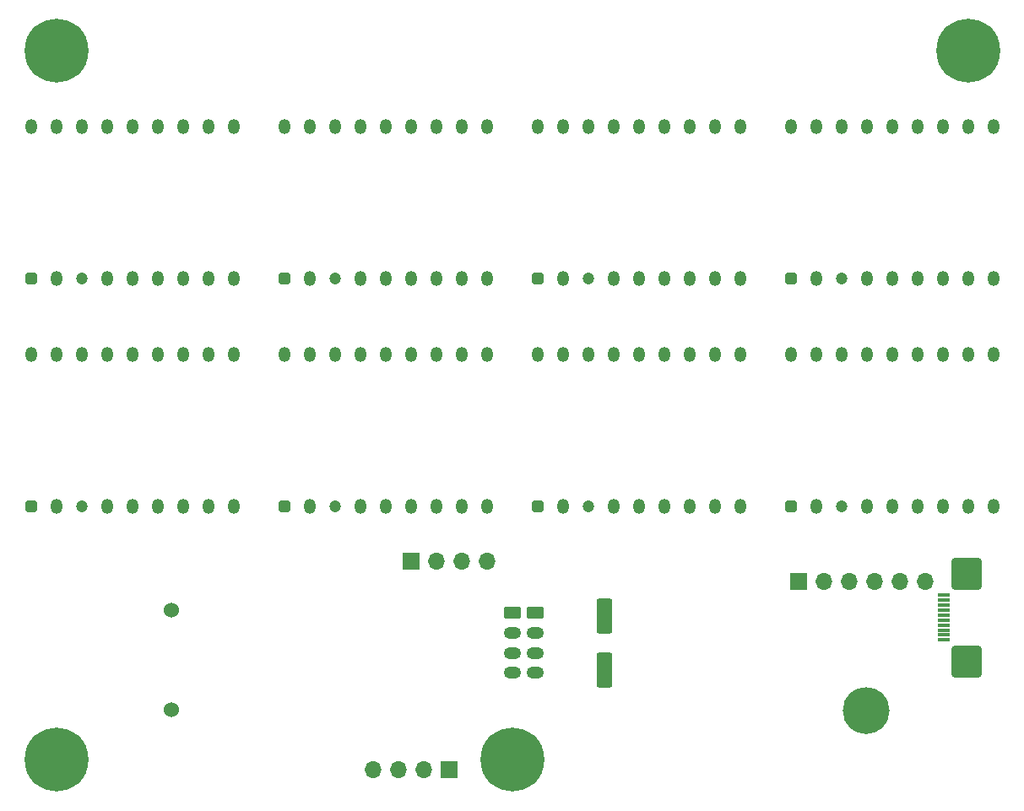
<source format=gbr>
%TF.GenerationSoftware,KiCad,Pcbnew,7.0.8*%
%TF.CreationDate,2024-01-07T19:19:44+01:00*%
%TF.ProjectId,16SegLed,31365365-674c-4656-942e-6b696361645f,rev?*%
%TF.SameCoordinates,Original*%
%TF.FileFunction,Soldermask,Top*%
%TF.FilePolarity,Negative*%
%FSLAX46Y46*%
G04 Gerber Fmt 4.6, Leading zero omitted, Abs format (unit mm)*
G04 Created by KiCad (PCBNEW 7.0.8) date 2024-01-07 19:19:44*
%MOMM*%
%LPD*%
G01*
G04 APERTURE LIST*
G04 Aperture macros list*
%AMRoundRect*
0 Rectangle with rounded corners*
0 $1 Rounding radius*
0 $2 $3 $4 $5 $6 $7 $8 $9 X,Y pos of 4 corners*
0 Add a 4 corners polygon primitive as box body*
4,1,4,$2,$3,$4,$5,$6,$7,$8,$9,$2,$3,0*
0 Add four circle primitives for the rounded corners*
1,1,$1+$1,$2,$3*
1,1,$1+$1,$4,$5*
1,1,$1+$1,$6,$7*
1,1,$1+$1,$8,$9*
0 Add four rect primitives between the rounded corners*
20,1,$1+$1,$2,$3,$4,$5,0*
20,1,$1+$1,$4,$5,$6,$7,0*
20,1,$1+$1,$6,$7,$8,$9,0*
20,1,$1+$1,$8,$9,$2,$3,0*%
G04 Aperture macros list end*
%ADD10C,1.200000*%
%ADD11RoundRect,0.300000X-0.300000X-0.300000X0.300000X-0.300000X0.300000X0.300000X-0.300000X0.300000X0*%
%ADD12O,1.200000X1.500000*%
%ADD13C,6.400000*%
%ADD14RoundRect,0.250000X0.625000X-0.350000X0.625000X0.350000X-0.625000X0.350000X-0.625000X-0.350000X0*%
%ADD15O,1.750000X1.200000*%
%ADD16RoundRect,0.300000X1.200000X-1.305000X1.200000X1.305000X-1.200000X1.305000X-1.200000X-1.305000X0*%
%ADD17R,1.250000X0.300000*%
%ADD18RoundRect,0.250000X0.550000X-1.500000X0.550000X1.500000X-0.550000X1.500000X-0.550000X-1.500000X0*%
%ADD19C,1.524000*%
%ADD20R,1.700000X1.700000*%
%ADD21O,1.700000X1.700000*%
%ADD22C,4.700000*%
G04 APERTURE END LIST*
D10*
%TO.C,DS4*%
X83820000Y-43180000D03*
D11*
X78740000Y-43180000D03*
D12*
X81280000Y-43180000D03*
X86360000Y-43180000D03*
X88900000Y-43180000D03*
X91440000Y-43180000D03*
X93980000Y-43180000D03*
X96520000Y-43180000D03*
X99060000Y-43180000D03*
X99060000Y-27940000D03*
X96520000Y-27940000D03*
X93980000Y-27940000D03*
X91440000Y-27940000D03*
X88900000Y-27940000D03*
X86360000Y-27940000D03*
X83820000Y-27940000D03*
X81280000Y-27940000D03*
X78740000Y-27940000D03*
%TD*%
D10*
%TO.C,DS7*%
X58420000Y-20320000D03*
D11*
X53340000Y-20320000D03*
D12*
X55880000Y-20320000D03*
X60960000Y-20320000D03*
X63500000Y-20320000D03*
X66040000Y-20320000D03*
X68580000Y-20320000D03*
X71120000Y-20320000D03*
X73660000Y-20320000D03*
X73660000Y-5080000D03*
X71120000Y-5080000D03*
X68580000Y-5080000D03*
X66040000Y-5080000D03*
X63500000Y-5080000D03*
X60960000Y-5080000D03*
X58420000Y-5080000D03*
X55880000Y-5080000D03*
X53340000Y-5080000D03*
%TD*%
D10*
%TO.C,DS3*%
X58420000Y-43180000D03*
D11*
X53340000Y-43180000D03*
D12*
X55880000Y-43180000D03*
X60960000Y-43180000D03*
X63500000Y-43180000D03*
X66040000Y-43180000D03*
X68580000Y-43180000D03*
X71120000Y-43180000D03*
X73660000Y-43180000D03*
X73660000Y-27940000D03*
X71120000Y-27940000D03*
X68580000Y-27940000D03*
X66040000Y-27940000D03*
X63500000Y-27940000D03*
X60960000Y-27940000D03*
X58420000Y-27940000D03*
X55880000Y-27940000D03*
X53340000Y-27940000D03*
%TD*%
D10*
%TO.C,DS6*%
X33020000Y-20320000D03*
D11*
X27940000Y-20320000D03*
D12*
X30480000Y-20320000D03*
X35560000Y-20320000D03*
X38100000Y-20320000D03*
X40640000Y-20320000D03*
X43180000Y-20320000D03*
X45720000Y-20320000D03*
X48260000Y-20320000D03*
X48260000Y-5080000D03*
X45720000Y-5080000D03*
X43180000Y-5080000D03*
X40640000Y-5080000D03*
X38100000Y-5080000D03*
X35560000Y-5080000D03*
X33020000Y-5080000D03*
X30480000Y-5080000D03*
X27940000Y-5080000D03*
%TD*%
D13*
%TO.C,H2*%
X96520000Y2540000D03*
%TD*%
D14*
%TO.C,USB1*%
X50800000Y-53845200D03*
D15*
X50800000Y-55845200D03*
X50800000Y-57845200D03*
X50800000Y-59845200D03*
%TD*%
D16*
%TO.C,J3*%
X96394000Y-58705000D03*
X96394000Y-49915000D03*
D17*
X94070000Y-56560000D03*
X94070000Y-56060000D03*
X94070000Y-55560000D03*
X94070000Y-55060000D03*
X94070000Y-54560000D03*
X94070000Y-54060000D03*
X94070000Y-53560000D03*
X94070000Y-53060000D03*
X94070000Y-52560000D03*
X94070000Y-52060000D03*
%TD*%
D10*
%TO.C,DS1*%
X7620000Y-43180000D03*
D11*
X2540000Y-43180000D03*
D12*
X5080000Y-43180000D03*
X10160000Y-43180000D03*
X12700000Y-43180000D03*
X15240000Y-43180000D03*
X17780000Y-43180000D03*
X20320000Y-43180000D03*
X22860000Y-43180000D03*
X22860000Y-27940000D03*
X20320000Y-27940000D03*
X17780000Y-27940000D03*
X15240000Y-27940000D03*
X12700000Y-27940000D03*
X10160000Y-27940000D03*
X7620000Y-27940000D03*
X5080000Y-27940000D03*
X2540000Y-27940000D03*
%TD*%
D18*
%TO.C,C3*%
X60071000Y-59596000D03*
X60071000Y-54196000D03*
%TD*%
D10*
%TO.C,DS2*%
X33020000Y-43180000D03*
D11*
X27940000Y-43180000D03*
D12*
X30480000Y-43180000D03*
X35560000Y-43180000D03*
X38100000Y-43180000D03*
X40640000Y-43180000D03*
X43180000Y-43180000D03*
X45720000Y-43180000D03*
X48260000Y-43180000D03*
X48260000Y-27940000D03*
X45720000Y-27940000D03*
X43180000Y-27940000D03*
X40640000Y-27940000D03*
X38100000Y-27940000D03*
X35560000Y-27940000D03*
X33020000Y-27940000D03*
X30480000Y-27940000D03*
X27940000Y-27940000D03*
%TD*%
D19*
%TO.C,BZ1*%
X16636994Y-63547000D03*
X16636994Y-53547000D03*
%TD*%
D13*
%TO.C,H1*%
X5080000Y2540000D03*
%TD*%
D10*
%TO.C,DS8*%
X83820000Y-20320000D03*
D11*
X78740000Y-20320000D03*
D12*
X81280000Y-20320000D03*
X86360000Y-20320000D03*
X88900000Y-20320000D03*
X91440000Y-20320000D03*
X93980000Y-20320000D03*
X96520000Y-20320000D03*
X99060000Y-20320000D03*
X99060000Y-5080000D03*
X96520000Y-5080000D03*
X93980000Y-5080000D03*
X91440000Y-5080000D03*
X88900000Y-5080000D03*
X86360000Y-5080000D03*
X83820000Y-5080000D03*
X81280000Y-5080000D03*
X78740000Y-5080000D03*
%TD*%
D10*
%TO.C,DS5*%
X7620000Y-20320000D03*
D11*
X2540000Y-20320000D03*
D12*
X5080000Y-20320000D03*
X10160000Y-20320000D03*
X12700000Y-20320000D03*
X15240000Y-20320000D03*
X17780000Y-20320000D03*
X20320000Y-20320000D03*
X22860000Y-20320000D03*
X22860000Y-5080000D03*
X20320000Y-5080000D03*
X17780000Y-5080000D03*
X15240000Y-5080000D03*
X12700000Y-5080000D03*
X10160000Y-5080000D03*
X7620000Y-5080000D03*
X5080000Y-5080000D03*
X2540000Y-5080000D03*
%TD*%
D20*
%TO.C,J4*%
X79527400Y-50698400D03*
D21*
X82067400Y-50698400D03*
X84607400Y-50698400D03*
X87147400Y-50698400D03*
X89687400Y-50698400D03*
X92227400Y-50698400D03*
%TD*%
D13*
%TO.C,H4*%
X50800000Y-68580000D03*
%TD*%
D22*
%TO.C,U1*%
X86270000Y-63660000D03*
%TD*%
D14*
%TO.C,USB2*%
X53086000Y-53845200D03*
D15*
X53086000Y-55845200D03*
X53086000Y-57845200D03*
X53086000Y-59845200D03*
%TD*%
D20*
%TO.C,J5*%
X40640000Y-48641000D03*
D21*
X43180000Y-48641000D03*
X45720000Y-48641000D03*
X48260000Y-48641000D03*
%TD*%
D20*
%TO.C,J6*%
X44450000Y-69545200D03*
D21*
X41910000Y-69545200D03*
X39370000Y-69545200D03*
X36830000Y-69545200D03*
%TD*%
D13*
%TO.C,H3*%
X5080000Y-68580000D03*
%TD*%
M02*

</source>
